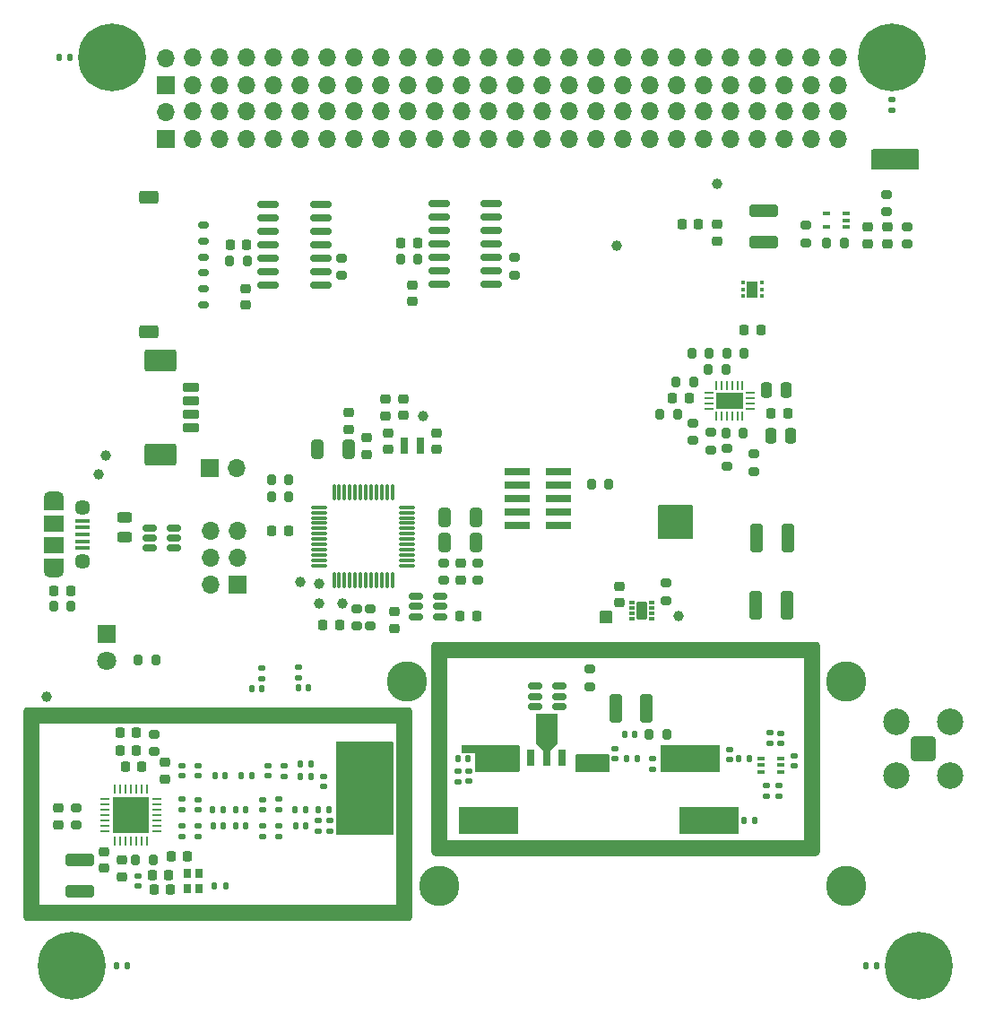
<source format=gbr>
%TF.GenerationSoftware,KiCad,Pcbnew,(6.0.5)*%
%TF.CreationDate,2022-08-15T13:00:56-04:00*%
%TF.ProjectId,SilverSat_Comms,53696c76-6572-4536-9174-5f436f6d6d73,rev?*%
%TF.SameCoordinates,Original*%
%TF.FileFunction,Soldermask,Top*%
%TF.FilePolarity,Negative*%
%FSLAX46Y46*%
G04 Gerber Fmt 4.6, Leading zero omitted, Abs format (unit mm)*
G04 Created by KiCad (PCBNEW (6.0.5)) date 2022-08-15 13:00:56*
%MOMM*%
%LPD*%
G01*
G04 APERTURE LIST*
G04 Aperture macros list*
%AMRoundRect*
0 Rectangle with rounded corners*
0 $1 Rounding radius*
0 $2 $3 $4 $5 $6 $7 $8 $9 X,Y pos of 4 corners*
0 Add a 4 corners polygon primitive as box body*
4,1,4,$2,$3,$4,$5,$6,$7,$8,$9,$2,$3,0*
0 Add four circle primitives for the rounded corners*
1,1,$1+$1,$2,$3*
1,1,$1+$1,$4,$5*
1,1,$1+$1,$6,$7*
1,1,$1+$1,$8,$9*
0 Add four rect primitives between the rounded corners*
20,1,$1+$1,$2,$3,$4,$5,0*
20,1,$1+$1,$4,$5,$6,$7,0*
20,1,$1+$1,$6,$7,$8,$9,0*
20,1,$1+$1,$8,$9,$2,$3,0*%
%AMFreePoly0*
4,1,18,4.107426,1.032426,4.125000,0.990000,4.125000,-0.990000,4.107426,-1.032426,4.065000,-1.050000,1.345000,-1.050000,1.302573,-1.032426,0.692574,-0.422426,0.675000,-0.380000,-0.735000,-0.380000,-0.735000,0.380000,0.675000,0.380000,0.692574,0.422426,1.302573,1.032426,1.315000,1.037573,1.345000,1.050000,4.065000,1.050000,4.107426,1.032426,4.107426,1.032426,$1*%
G04 Aperture macros list end*
%ADD10C,0.127000*%
%ADD11RoundRect,0.250000X-0.325000X-1.100000X0.325000X-1.100000X0.325000X1.100000X-0.325000X1.100000X0*%
%ADD12RoundRect,0.250000X1.100000X-0.325000X1.100000X0.325000X-1.100000X0.325000X-1.100000X-0.325000X0*%
%ADD13RoundRect,0.140000X0.170000X-0.140000X0.170000X0.140000X-0.170000X0.140000X-0.170000X-0.140000X0*%
%ADD14RoundRect,0.200000X0.275000X-0.200000X0.275000X0.200000X-0.275000X0.200000X-0.275000X-0.200000X0*%
%ADD15RoundRect,0.147500X-0.172500X0.147500X-0.172500X-0.147500X0.172500X-0.147500X0.172500X0.147500X0*%
%ADD16R,1.800000X1.800000*%
%ADD17C,1.800000*%
%ADD18RoundRect,0.225000X0.250000X-0.225000X0.250000X0.225000X-0.250000X0.225000X-0.250000X-0.225000X0*%
%ADD19C,2.600000*%
%ADD20C,3.800000*%
%ADD21RoundRect,0.200000X-0.200000X-0.275000X0.200000X-0.275000X0.200000X0.275000X-0.200000X0.275000X0*%
%ADD22C,1.000000*%
%ADD23RoundRect,0.140000X-0.140000X-0.170000X0.140000X-0.170000X0.140000X0.170000X-0.140000X0.170000X0*%
%ADD24C,3.600000*%
%ADD25C,6.400000*%
%ADD26RoundRect,0.140000X-0.170000X0.140000X-0.170000X-0.140000X0.170000X-0.140000X0.170000X0.140000X0*%
%ADD27RoundRect,0.147500X-0.147500X-0.172500X0.147500X-0.172500X0.147500X0.172500X-0.147500X0.172500X0*%
%ADD28RoundRect,0.225000X-0.225000X-0.250000X0.225000X-0.250000X0.225000X0.250000X-0.225000X0.250000X0*%
%ADD29R,0.650000X0.400000*%
%ADD30RoundRect,0.135000X-0.135000X-0.185000X0.135000X-0.185000X0.135000X0.185000X-0.135000X0.185000X0*%
%ADD31RoundRect,0.200000X-0.600000X0.200000X-0.600000X-0.200000X0.600000X-0.200000X0.600000X0.200000X0*%
%ADD32RoundRect,0.250001X-1.249999X0.799999X-1.249999X-0.799999X1.249999X-0.799999X1.249999X0.799999X0*%
%ADD33RoundRect,0.200000X0.200000X0.275000X-0.200000X0.275000X-0.200000X-0.275000X0.200000X-0.275000X0*%
%ADD34RoundRect,0.135000X0.135000X0.185000X-0.135000X0.185000X-0.135000X-0.185000X0.135000X-0.185000X0*%
%ADD35RoundRect,0.200000X-0.275000X0.200000X-0.275000X-0.200000X0.275000X-0.200000X0.275000X0.200000X0*%
%ADD36RoundRect,0.225000X-0.250000X0.225000X-0.250000X-0.225000X0.250000X-0.225000X0.250000X0.225000X0*%
%ADD37R,1.700000X1.700000*%
%ADD38O,1.700000X1.700000*%
%ADD39RoundRect,0.225000X0.225000X0.250000X-0.225000X0.250000X-0.225000X-0.250000X0.225000X-0.250000X0*%
%ADD40RoundRect,0.140000X0.140000X0.170000X-0.140000X0.170000X-0.140000X-0.170000X0.140000X-0.170000X0*%
%ADD41RoundRect,0.150000X-0.512500X-0.150000X0.512500X-0.150000X0.512500X0.150000X-0.512500X0.150000X0*%
%ADD42RoundRect,0.218750X0.218750X0.256250X-0.218750X0.256250X-0.218750X-0.256250X0.218750X-0.256250X0*%
%ADD43RoundRect,0.250000X-0.325000X-0.650000X0.325000X-0.650000X0.325000X0.650000X-0.325000X0.650000X0*%
%ADD44RoundRect,0.150000X-0.350000X0.150000X-0.350000X-0.150000X0.350000X-0.150000X0.350000X0.150000X0*%
%ADD45RoundRect,0.250000X-0.650000X0.375000X-0.650000X-0.375000X0.650000X-0.375000X0.650000X0.375000X0*%
%ADD46RoundRect,0.135000X-0.185000X0.135000X-0.185000X-0.135000X0.185000X-0.135000X0.185000X0.135000X0*%
%ADD47RoundRect,0.062500X0.062500X-0.362500X0.062500X0.362500X-0.062500X0.362500X-0.062500X-0.362500X0*%
%ADD48RoundRect,0.062500X0.362500X-0.062500X0.362500X0.062500X-0.362500X0.062500X-0.362500X-0.062500X0*%
%ADD49R,2.650000X1.650000*%
%ADD50RoundRect,0.250000X-0.250000X-0.475000X0.250000X-0.475000X0.250000X0.475000X-0.250000X0.475000X0*%
%ADD51RoundRect,0.250000X0.325000X0.650000X-0.325000X0.650000X-0.325000X-0.650000X0.325000X-0.650000X0*%
%ADD52RoundRect,0.150000X0.825000X0.150000X-0.825000X0.150000X-0.825000X-0.150000X0.825000X-0.150000X0*%
%ADD53R,0.660000X1.570000*%
%ADD54FreePoly0,90.000000*%
%ADD55RoundRect,0.375000X0.375000X-9.725000X0.375000X9.725000X-0.375000X9.725000X-0.375000X-9.725000X0*%
%ADD56RoundRect,0.375000X-17.975000X-0.375000X17.975000X-0.375000X17.975000X0.375000X-17.975000X0.375000X0*%
%ADD57RoundRect,0.375000X-0.875000X-0.375000X0.875000X-0.375000X0.875000X0.375000X-0.875000X0.375000X0*%
%ADD58RoundRect,0.375000X0.375000X-0.875000X0.375000X0.875000X-0.375000X0.875000X-0.375000X-0.875000X0*%
%ADD59RoundRect,0.218750X-0.256250X0.218750X-0.256250X-0.218750X0.256250X-0.218750X0.256250X0.218750X0*%
%ADD60RoundRect,0.147500X0.147500X0.172500X-0.147500X0.172500X-0.147500X-0.172500X0.147500X-0.172500X0*%
%ADD61RoundRect,0.200100X-0.949900X-0.949900X0.949900X-0.949900X0.949900X0.949900X-0.949900X0.949900X0*%
%ADD62C,2.500000*%
%ADD63R,1.350000X0.400000*%
%ADD64O,1.900000X1.200000*%
%ADD65R,1.900000X1.500000*%
%ADD66C,1.450000*%
%ADD67R,1.900000X1.200000*%
%ADD68RoundRect,0.093750X0.093750X0.106250X-0.093750X0.106250X-0.093750X-0.106250X0.093750X-0.106250X0*%
%ADD69R,1.000000X1.600000*%
%ADD70RoundRect,0.243750X-0.456250X0.243750X-0.456250X-0.243750X0.456250X-0.243750X0.456250X0.243750X0*%
%ADD71R,0.800000X0.900000*%
%ADD72RoundRect,0.075000X0.200000X0.075000X-0.200000X0.075000X-0.200000X-0.075000X0.200000X-0.075000X0*%
%ADD73RoundRect,0.075000X0.400000X0.750000X-0.400000X0.750000X-0.400000X-0.750000X0.400000X-0.750000X0*%
%ADD74RoundRect,0.135000X0.185000X-0.135000X0.185000X0.135000X-0.185000X0.135000X-0.185000X-0.135000X0*%
%ADD75R,0.800000X1.500000*%
%ADD76RoundRect,0.150000X0.512500X0.150000X-0.512500X0.150000X-0.512500X-0.150000X0.512500X-0.150000X0*%
%ADD77R,2.400000X0.740000*%
%ADD78RoundRect,0.075000X-0.075000X0.662500X-0.075000X-0.662500X0.075000X-0.662500X0.075000X0.662500X0*%
%ADD79RoundRect,0.075000X-0.662500X0.075000X-0.662500X-0.075000X0.662500X-0.075000X0.662500X0.075000X0*%
%ADD80RoundRect,0.062500X0.337500X0.062500X-0.337500X0.062500X-0.337500X-0.062500X0.337500X-0.062500X0*%
%ADD81RoundRect,0.062500X0.062500X0.337500X-0.062500X0.337500X-0.062500X-0.337500X0.062500X-0.337500X0*%
%ADD82R,3.350000X3.350000*%
G04 APERTURE END LIST*
D10*
X160401000Y-110744000D02*
X161417000Y-110744000D01*
X161417000Y-110744000D02*
X161417000Y-111760000D01*
X161417000Y-111760000D02*
X160401000Y-111760000D01*
X160401000Y-111760000D02*
X160401000Y-110744000D01*
G36*
X160401000Y-110744000D02*
G01*
X161417000Y-110744000D01*
X161417000Y-111760000D01*
X160401000Y-111760000D01*
X160401000Y-110744000D01*
G37*
X165925500Y-100711000D02*
X169100500Y-100711000D01*
X169100500Y-100711000D02*
X169100500Y-103759000D01*
X169100500Y-103759000D02*
X165925500Y-103759000D01*
X165925500Y-103759000D02*
X165925500Y-100711000D01*
G36*
X165925500Y-100711000D02*
G01*
X169100500Y-100711000D01*
X169100500Y-103759000D01*
X165925500Y-103759000D01*
X165925500Y-100711000D01*
G37*
X160401000Y-110744000D02*
X161417000Y-110744000D01*
X161417000Y-110744000D02*
X161417000Y-111760000D01*
X161417000Y-111760000D02*
X160401000Y-111760000D01*
X160401000Y-111760000D02*
X160401000Y-110744000D01*
G36*
X160401000Y-110744000D02*
G01*
X161417000Y-110744000D01*
X161417000Y-111760000D01*
X160401000Y-111760000D01*
X160401000Y-110744000D01*
G37*
X165925500Y-100711000D02*
X169100500Y-100711000D01*
X169100500Y-100711000D02*
X169100500Y-103759000D01*
X169100500Y-103759000D02*
X165925500Y-103759000D01*
X165925500Y-103759000D02*
X165925500Y-100711000D01*
G36*
X165925500Y-100711000D02*
G01*
X169100500Y-100711000D01*
X169100500Y-103759000D01*
X165925500Y-103759000D01*
X165925500Y-100711000D01*
G37*
D11*
%TO.C,C65*%
X175182000Y-103759000D03*
X178132000Y-103759000D03*
%TD*%
%TO.C,C64*%
X175092225Y-110109000D03*
X178042225Y-110109000D03*
%TD*%
D12*
%TO.C,C40*%
X175860000Y-75790000D03*
X175860000Y-72840000D03*
%TD*%
D13*
%TO.C,C35*%
X130566679Y-126259971D03*
X130566679Y-125299971D03*
%TD*%
D14*
%TO.C,R26*%
X170825000Y-95440000D03*
X170825000Y-93790000D03*
%TD*%
D15*
%TO.C,L13*%
X146967000Y-125803800D03*
X146967000Y-126773800D03*
%TD*%
D16*
%TO.C,D1*%
X113823000Y-112796000D03*
D17*
X113823000Y-115336000D03*
%TD*%
D18*
%TO.C,C9*%
X140132000Y-92215000D03*
X140132000Y-90665000D03*
%TD*%
D19*
%TO.C,H10*%
X183642000Y-136652000D03*
D20*
X183642000Y-136652000D03*
%TD*%
D21*
%TO.C,R10*%
X116777000Y-115316000D03*
X118427000Y-115316000D03*
%TD*%
D22*
%TO.C,TP8*%
X113030000Y-97790000D03*
%TD*%
D14*
%TO.C,R7*%
X138684000Y-112077000D03*
X138684000Y-110427000D03*
%TD*%
D23*
%TO.C,C67*%
X137315000Y-124587000D03*
X138275000Y-124587000D03*
%TD*%
D24*
%TO.C,H3*%
X110490000Y-144150000D03*
D25*
X110490000Y-144150000D03*
%TD*%
D13*
%TO.C,C16*%
X116710000Y-136605000D03*
X116710000Y-135645000D03*
%TD*%
D26*
%TO.C,C26*%
X122422179Y-130958971D03*
X122422179Y-131918971D03*
%TD*%
D27*
%TO.C,L14*%
X150509171Y-124598229D03*
X151479171Y-124598229D03*
%TD*%
D28*
%TO.C,C43*%
X174007000Y-84099400D03*
X175557000Y-84099400D03*
%TD*%
D18*
%TO.C,C68*%
X113560000Y-134950000D03*
X113560000Y-133400000D03*
%TD*%
D22*
%TO.C,TP11*%
X136017000Y-109982000D03*
%TD*%
D26*
%TO.C,C53*%
X165354000Y-124615000D03*
X165354000Y-125575000D03*
%TD*%
D13*
%TO.C,C33*%
X130028471Y-129384048D03*
X130028471Y-128424048D03*
%TD*%
D27*
%TO.C,L16*%
X162926098Y-124602840D03*
X163896098Y-124602840D03*
%TD*%
D13*
%TO.C,C57*%
X177292000Y-128115000D03*
X177292000Y-127155000D03*
%TD*%
D14*
%TO.C,R17*%
X110865179Y-130871971D03*
X110865179Y-129221971D03*
%TD*%
D29*
%TO.C,U7*%
X175592521Y-124555229D03*
X175592521Y-125205229D03*
X175592521Y-125855229D03*
X177492521Y-125855229D03*
X177492521Y-125205229D03*
X177492521Y-124555229D03*
%TD*%
D30*
%TO.C,R38*%
X133726600Y-129389371D03*
X134746600Y-129389371D03*
%TD*%
D31*
%TO.C,J3*%
X121780000Y-89565000D03*
X121780000Y-90815000D03*
X121780000Y-92065000D03*
X121780000Y-93315000D03*
D32*
X118880000Y-95865000D03*
X118880000Y-87015000D03*
%TD*%
D22*
%TO.C,TP2*%
X108077000Y-118745000D03*
%TD*%
D12*
%TO.C,C19*%
X111252000Y-137111000D03*
X111252000Y-134161000D03*
%TD*%
D33*
%TO.C,R13*%
X161226000Y-98679000D03*
X159576000Y-98679000D03*
%TD*%
D15*
%TO.C,L3*%
X120914679Y-125266971D03*
X120914679Y-126236971D03*
%TD*%
D25*
%TO.C,H6*%
X190500000Y-144150000D03*
D24*
X190500000Y-144150000D03*
%TD*%
D29*
%TO.C,U4*%
X183666200Y-74408029D03*
X183666200Y-73758029D03*
X183666200Y-73108029D03*
X181766200Y-73108029D03*
X181766200Y-74408029D03*
%TD*%
D27*
%TO.C,L6*%
X125964471Y-129412048D03*
X126934471Y-129412048D03*
%TD*%
D34*
%TO.C,R14*%
X125006179Y-136650971D03*
X123986179Y-136650971D03*
%TD*%
D22*
%TO.C,TP9*%
X167767000Y-111125000D03*
%TD*%
D33*
%TO.C,R16*%
X118151650Y-134175000D03*
X116501650Y-134175000D03*
%TD*%
D35*
%TO.C,R40*%
X166624000Y-108013500D03*
X166624000Y-109663500D03*
%TD*%
D36*
%TO.C,C66*%
X162179000Y-108318000D03*
X162179000Y-109868000D03*
%TD*%
D37*
%TO.C,H2*%
X119380000Y-60970008D03*
D38*
X119380000Y-58430008D03*
X121920000Y-60970008D03*
X121920000Y-58420008D03*
X124460000Y-60970008D03*
X124460000Y-58420008D03*
X127000000Y-60970008D03*
X127000000Y-58420008D03*
X129540000Y-60970008D03*
X129540000Y-58420008D03*
X132080000Y-60970008D03*
X132080000Y-58420008D03*
X134620000Y-60970008D03*
X134620000Y-58420008D03*
X137160000Y-60970008D03*
X137160000Y-58420008D03*
X139700000Y-60970008D03*
X139700000Y-58420008D03*
X142240000Y-60970008D03*
X142240000Y-58420008D03*
X144780000Y-60970008D03*
X144780000Y-58420008D03*
X147320000Y-60970008D03*
X147320000Y-58420008D03*
X149860000Y-60970008D03*
X149860000Y-58420008D03*
X152400000Y-60970008D03*
X152400000Y-58420008D03*
X154940000Y-60970008D03*
X154940000Y-58420008D03*
X157480000Y-60970008D03*
X157480000Y-58420008D03*
X160020000Y-60970008D03*
X160020000Y-58420008D03*
X162560000Y-60970008D03*
X162560000Y-58420008D03*
X165100000Y-60970008D03*
X165100000Y-58420008D03*
X167640000Y-60970008D03*
X167640000Y-58420008D03*
X170180000Y-60970008D03*
X170180000Y-58420008D03*
X172720000Y-60970008D03*
X172720000Y-58420008D03*
X175260000Y-60970008D03*
X175260000Y-58420008D03*
X177800000Y-60970008D03*
X177800000Y-58420008D03*
X180340000Y-60970008D03*
X180340000Y-58420008D03*
X182880000Y-60970008D03*
X182880000Y-58420008D03*
%TD*%
D39*
%TO.C,C8*%
X135776000Y-112014000D03*
X134226000Y-112014000D03*
%TD*%
D21*
%TO.C,R1*%
X108764200Y-110236000D03*
X110414200Y-110236000D03*
%TD*%
D28*
%TO.C,C60*%
X141579000Y-75946000D03*
X143129000Y-75946000D03*
%TD*%
D40*
%TO.C,C51*%
X163675000Y-122301000D03*
X162715000Y-122301000D03*
%TD*%
D28*
%TO.C,C63*%
X147180000Y-111125000D03*
X148730000Y-111125000D03*
%TD*%
D26*
%TO.C,C25*%
X122422179Y-128452122D03*
X122422179Y-129412122D03*
%TD*%
D20*
%TO.C,H9*%
X142113000Y-117348000D03*
D19*
X142113000Y-117348000D03*
%TD*%
D13*
%TO.C,C58*%
X177419000Y-123186818D03*
X177419000Y-122226818D03*
%TD*%
D25*
%TO.C,H4*%
X114300000Y-58420000D03*
D24*
X114300000Y-58420000D03*
%TD*%
D20*
%TO.C,H8*%
X145161000Y-136652000D03*
D19*
X145161000Y-136652000D03*
%TD*%
D14*
%TO.C,R35*%
X135954000Y-78976000D03*
X135954000Y-77326000D03*
%TD*%
D22*
%TO.C,TP1*%
X143682629Y-92212000D03*
%TD*%
%TO.C,TP5*%
X161925000Y-76200000D03*
%TD*%
D33*
%TO.C,R25*%
X167703000Y-92075000D03*
X166053000Y-92075000D03*
%TD*%
D37*
%TO.C,J6*%
X123485000Y-97125000D03*
D38*
X126025000Y-97125000D03*
%TD*%
D41*
%TO.C,U11*%
X143007500Y-109286000D03*
X143007500Y-110236000D03*
X143007500Y-111186000D03*
X145282500Y-111186000D03*
X145282500Y-110236000D03*
X145282500Y-109286000D03*
%TD*%
D18*
%TO.C,C61*%
X126873000Y-81788000D03*
X126873000Y-80238000D03*
%TD*%
D28*
%TO.C,C62*%
X125450000Y-76073000D03*
X127000000Y-76073000D03*
%TD*%
D40*
%TO.C,C29*%
X124779179Y-130958971D03*
X123819179Y-130958971D03*
%TD*%
D37*
%TO.C,J5*%
X126106000Y-108204000D03*
D38*
X123566000Y-108204000D03*
X126106000Y-105664000D03*
X123566000Y-105664000D03*
X126106000Y-103124000D03*
X123566000Y-103124000D03*
%TD*%
D33*
%TO.C,R22*%
X172285000Y-87828029D03*
X170635000Y-87828029D03*
%TD*%
D42*
%TO.C,L2*%
X117119500Y-125349000D03*
X115544500Y-125349000D03*
%TD*%
D13*
%TO.C,C56*%
X178689000Y-125270200D03*
X178689000Y-124310200D03*
%TD*%
D43*
%TO.C,C5*%
X145686629Y-104193000D03*
X148636629Y-104193000D03*
%TD*%
D26*
%TO.C,C31*%
X128518179Y-130958971D03*
X128518179Y-131918971D03*
%TD*%
D44*
%TO.C,J4*%
X122937000Y-74228000D03*
X122937000Y-75728000D03*
X122937000Y-77228000D03*
X122937000Y-78728000D03*
X122937000Y-80228000D03*
X122937000Y-81728000D03*
D45*
X117747000Y-71623000D03*
X117747000Y-84333000D03*
%TD*%
D13*
%TO.C,C52*%
X172605521Y-124669229D03*
X172605521Y-123709229D03*
%TD*%
D36*
%TO.C,C42*%
X185674000Y-74409000D03*
X185674000Y-75959000D03*
%TD*%
%TO.C,C41*%
X187491400Y-74405429D03*
X187491400Y-75955429D03*
%TD*%
D39*
%TO.C,C12*%
X130950000Y-103124000D03*
X129400000Y-103124000D03*
%TD*%
D14*
%TO.C,R29*%
X169164000Y-94576400D03*
X169164000Y-92926400D03*
%TD*%
D26*
%TO.C,C24*%
X122438679Y-125243971D03*
X122438679Y-126203971D03*
%TD*%
D39*
%TO.C,C18*%
X119625650Y-135575000D03*
X118075650Y-135575000D03*
%TD*%
D21*
%TO.C,R19*%
X181801000Y-75946000D03*
X183451000Y-75946000D03*
%TD*%
D46*
%TO.C,R44*%
X131890000Y-115975000D03*
X131890000Y-116995000D03*
%TD*%
D11*
%TO.C,C50*%
X161847000Y-119888000D03*
X164797000Y-119888000D03*
%TD*%
D47*
%TO.C,U6*%
X171353000Y-92280400D03*
X171853000Y-92280400D03*
X172353000Y-92280400D03*
X172853000Y-92280400D03*
X173353000Y-92280400D03*
X173853000Y-92280400D03*
D48*
X174553000Y-91580400D03*
X174553000Y-91080400D03*
X174553000Y-90580400D03*
X174553000Y-90080400D03*
D47*
X173853000Y-89380400D03*
X173353000Y-89380400D03*
X172853000Y-89380400D03*
X172353000Y-89380400D03*
X171853000Y-89380400D03*
X171353000Y-89380400D03*
D48*
X170653000Y-90080400D03*
X170653000Y-90580400D03*
X170653000Y-91080400D03*
X170653000Y-91580400D03*
D49*
X172603000Y-90830400D03*
%TD*%
D40*
%TO.C,C34*%
X132582179Y-130958971D03*
X131622179Y-130958971D03*
%TD*%
D34*
%TO.C,R3*%
X110349000Y-58425000D03*
X109329000Y-58425000D03*
%TD*%
D15*
%TO.C,L15*%
X161810521Y-123624200D03*
X161810521Y-124594200D03*
%TD*%
D20*
%TO.C,H7*%
X183642000Y-117348000D03*
D19*
X183642000Y-117348000D03*
%TD*%
D14*
%TO.C,R43*%
X159385000Y-117792000D03*
X159385000Y-116142000D03*
%TD*%
D33*
%TO.C,R36*%
X127063000Y-77597000D03*
X125413000Y-77597000D03*
%TD*%
D39*
%TO.C,C39*%
X169672000Y-74168000D03*
X168122000Y-74168000D03*
%TD*%
D50*
%TO.C,C44*%
X176088000Y-89789000D03*
X177988000Y-89789000D03*
%TD*%
D51*
%TO.C,C13*%
X148668000Y-101854000D03*
X145718000Y-101854000D03*
%TD*%
D27*
%TO.C,L7*%
X125978179Y-130958971D03*
X126948179Y-130958971D03*
%TD*%
D26*
%TO.C,C37*%
X134249679Y-126255171D03*
X134249679Y-127215171D03*
%TD*%
D40*
%TO.C,C54*%
X174470000Y-124587000D03*
X173510000Y-124587000D03*
%TD*%
D52*
%TO.C,U9*%
X150113771Y-79793229D03*
X150113771Y-78523229D03*
X150113771Y-77253229D03*
X150113771Y-75983229D03*
X150113771Y-74713229D03*
X150113771Y-73443229D03*
X150113771Y-72173229D03*
X145163771Y-72173229D03*
X145163771Y-73443229D03*
X145163771Y-74713229D03*
X145163771Y-75983229D03*
X145163771Y-77253229D03*
X145163771Y-78523229D03*
X145163771Y-79793229D03*
%TD*%
D35*
%TO.C,R11*%
X148844000Y-106109000D03*
X148844000Y-107759000D03*
%TD*%
D53*
%TO.C,PA1*%
X153820000Y-124475000D03*
D54*
X155320000Y-124475000D03*
D53*
X156820000Y-124475000D03*
%TD*%
D39*
%TO.C,C45*%
X168796000Y-90551000D03*
X167246000Y-90551000D03*
%TD*%
D55*
%TO.C,S3*%
X145182107Y-123668835D03*
X180382107Y-123668835D03*
D56*
X162782107Y-133018835D03*
D57*
X152682107Y-133018835D03*
D56*
X162782107Y-114318835D03*
D57*
X165082107Y-114318835D03*
D58*
X180382107Y-130418835D03*
%TD*%
D43*
%TO.C,C7*%
X133702000Y-95387000D03*
X136652000Y-95387000D03*
%TD*%
D59*
%TO.C,L12*%
X171450000Y-74142500D03*
X171450000Y-75717500D03*
%TD*%
D23*
%TO.C,C70*%
X127500000Y-117985000D03*
X128460000Y-117985000D03*
%TD*%
D22*
%TO.C,TP7*%
X113665000Y-96012000D03*
%TD*%
D60*
%TO.C,L8*%
X127472679Y-126236971D03*
X126502679Y-126236971D03*
%TD*%
D36*
%TO.C,C22*%
X109220000Y-129273000D03*
X109220000Y-130823000D03*
%TD*%
D30*
%TO.C,R2*%
X114679000Y-144145000D03*
X115699000Y-144145000D03*
%TD*%
D61*
%TO.C,J2*%
X190881000Y-123698000D03*
D62*
X188341000Y-121158000D03*
X193421000Y-121158000D03*
X188341000Y-126238000D03*
X193421000Y-126238000D03*
%TD*%
D52*
%TO.C,U10*%
X133980900Y-79883000D03*
X133980900Y-78613000D03*
X133980900Y-77343000D03*
X133980900Y-76073000D03*
X133980900Y-74803000D03*
X133980900Y-73533000D03*
X133980900Y-72263000D03*
X129030900Y-72263000D03*
X129030900Y-73533000D03*
X129030900Y-74803000D03*
X129030900Y-76073000D03*
X129030900Y-77343000D03*
X129030900Y-78613000D03*
X129030900Y-79883000D03*
%TD*%
D33*
%TO.C,R34*%
X143170471Y-77470000D03*
X141520471Y-77470000D03*
%TD*%
D40*
%TO.C,C69*%
X132840000Y-117895000D03*
X131880000Y-117895000D03*
%TD*%
D28*
%TO.C,C20*%
X119869179Y-133856971D03*
X121419179Y-133856971D03*
%TD*%
D33*
%TO.C,R27*%
X173936000Y-93878400D03*
X172286000Y-93878400D03*
%TD*%
D36*
%TO.C,C2*%
X140380629Y-93840000D03*
X140380629Y-95390000D03*
%TD*%
D14*
%TO.C,R41*%
X187452000Y-72961000D03*
X187452000Y-71311000D03*
%TD*%
D21*
%TO.C,R8*%
X129346429Y-98283000D03*
X130996429Y-98283000D03*
%TD*%
D28*
%TO.C,C1*%
X108814200Y-108740000D03*
X110364200Y-108740000D03*
%TD*%
D13*
%TO.C,C32*%
X129042679Y-126213971D03*
X129042679Y-125253971D03*
%TD*%
D23*
%TO.C,C36*%
X132108000Y-125095000D03*
X133068000Y-125095000D03*
%TD*%
D33*
%TO.C,R21*%
X173999000Y-86304029D03*
X172349000Y-86304029D03*
%TD*%
D39*
%TO.C,C14*%
X116598429Y-122172971D03*
X115048429Y-122172971D03*
%TD*%
D18*
%TO.C,C23*%
X115210000Y-135750000D03*
X115210000Y-134200000D03*
%TD*%
D23*
%TO.C,C55*%
X174018000Y-130429000D03*
X174978000Y-130429000D03*
%TD*%
D63*
%TO.C,J1*%
X111459994Y-102124990D03*
X111459994Y-102774990D03*
X111459994Y-103424990D03*
X111459994Y-104074990D03*
X111459994Y-104724990D03*
D64*
X108759994Y-106924990D03*
D65*
X108759994Y-104424990D03*
D66*
X111459994Y-100924990D03*
D67*
X108759994Y-106324990D03*
D66*
X111459994Y-105924990D03*
D64*
X108759994Y-99924990D03*
D65*
X108759994Y-102424990D03*
D67*
X108759994Y-100524990D03*
%TD*%
D22*
%TO.C,TP4*%
X132080000Y-107950000D03*
%TD*%
D68*
%TO.C,U5*%
X175649500Y-80920400D03*
X175649500Y-80270400D03*
X175649500Y-79620400D03*
X173874500Y-79620400D03*
X173874500Y-80270400D03*
X173874500Y-80920400D03*
D69*
X174762000Y-80270400D03*
%TD*%
D70*
%TO.C,F1*%
X115443000Y-101805500D03*
X115443000Y-103680500D03*
%TD*%
D71*
%TO.C,X1*%
X122506179Y-136842971D03*
X122506179Y-135442971D03*
X121406179Y-135442971D03*
X121406179Y-136842971D03*
%TD*%
D46*
%TO.C,R45*%
X128450000Y-116015000D03*
X128450000Y-117035000D03*
%TD*%
D26*
%TO.C,C49*%
X147955000Y-125758000D03*
X147955000Y-126718000D03*
%TD*%
D15*
%TO.C,L5*%
X120898179Y-130958971D03*
X120898179Y-131928971D03*
%TD*%
D22*
%TO.C,TP10*%
X133858000Y-109982000D03*
%TD*%
D59*
%TO.C,L1*%
X136652000Y-91922500D03*
X136652000Y-93497500D03*
%TD*%
D72*
%TO.C,U12*%
X165288011Y-111367011D03*
X165288011Y-110867011D03*
X165288011Y-110367011D03*
X165288011Y-109867011D03*
X163388011Y-109867011D03*
D73*
X164338011Y-110617011D03*
D72*
X163388011Y-110367011D03*
X163392805Y-110871056D03*
X163392805Y-111367011D03*
%TD*%
D28*
%TO.C,C47*%
X176554800Y-91973400D03*
X178104800Y-91973400D03*
%TD*%
D40*
%TO.C,C48*%
X147927000Y-124587000D03*
X146967000Y-124587000D03*
%TD*%
D27*
%TO.C,L11*%
X132113679Y-126259971D03*
X133083679Y-126259971D03*
%TD*%
D33*
%TO.C,R23*%
X170697000Y-86304029D03*
X169047000Y-86304029D03*
%TD*%
D23*
%TO.C,C38*%
X136934000Y-130429000D03*
X137894000Y-130429000D03*
%TD*%
D15*
%TO.C,L9*%
X130042179Y-130958971D03*
X130042179Y-131928971D03*
%TD*%
D35*
%TO.C,R42*%
X174879000Y-95822000D03*
X174879000Y-97472000D03*
%TD*%
%TO.C,R15*%
X118242250Y-122266000D03*
X118242250Y-123916000D03*
%TD*%
D21*
%TO.C,R6*%
X129346429Y-99840000D03*
X130996429Y-99840000D03*
%TD*%
D46*
%TO.C,R4*%
X187960000Y-62360000D03*
X187960000Y-63380000D03*
%TD*%
D74*
%TO.C,R37*%
X133748179Y-131491971D03*
X133748179Y-130471971D03*
%TD*%
%TO.C,R39*%
X134891179Y-131491971D03*
X134891179Y-130471971D03*
%TD*%
D37*
%TO.C,H1*%
X119380000Y-66050008D03*
D38*
X119380000Y-63510008D03*
X121920000Y-66050008D03*
X121920000Y-63500008D03*
X124460000Y-66050008D03*
X124460000Y-63500008D03*
X127000000Y-66050008D03*
X127000000Y-63500008D03*
X129540000Y-66050008D03*
X129540000Y-63500008D03*
X132080000Y-66050008D03*
X132080000Y-63500008D03*
X134620000Y-66050008D03*
X134620000Y-63500008D03*
X137160000Y-66050008D03*
X137160000Y-63500008D03*
X139700000Y-66050008D03*
X139700000Y-63500008D03*
X142240000Y-66050008D03*
X142240000Y-63500008D03*
X144780000Y-66050008D03*
X144780000Y-63500008D03*
X147320000Y-66050008D03*
X147320000Y-63500008D03*
X149860000Y-66050008D03*
X149860000Y-63500008D03*
X152400000Y-66050008D03*
X152400000Y-63500008D03*
X154940000Y-66050008D03*
X154940000Y-63500008D03*
X157480000Y-66050008D03*
X157480000Y-63500008D03*
X160020000Y-66050008D03*
X160020000Y-63500008D03*
X162560000Y-66050008D03*
X162560000Y-63500008D03*
X165100000Y-66050008D03*
X165100000Y-63500008D03*
X167640000Y-66050008D03*
X167640000Y-63500008D03*
X170180000Y-66050008D03*
X170180000Y-63500008D03*
X172720000Y-66050008D03*
X172720000Y-63500008D03*
X175260000Y-66050008D03*
X175260000Y-63500008D03*
X177800000Y-66050008D03*
X177800000Y-63500008D03*
X180340000Y-66050008D03*
X180340000Y-63500008D03*
X182880000Y-66050008D03*
X182880000Y-63500008D03*
%TD*%
D35*
%TO.C,R28*%
X172349000Y-95339400D03*
X172349000Y-96989400D03*
%TD*%
D36*
%TO.C,C10*%
X140970000Y-110731000D03*
X140970000Y-112281000D03*
%TD*%
D22*
%TO.C,TP3*%
X133858000Y-108077000D03*
%TD*%
D14*
%TO.C,R18*%
X179832000Y-75882000D03*
X179832000Y-74232000D03*
%TD*%
D33*
%TO.C,R24*%
X169227000Y-89027000D03*
X167577000Y-89027000D03*
%TD*%
D26*
%TO.C,C30*%
X128504471Y-128452048D03*
X128504471Y-129412048D03*
%TD*%
D22*
%TO.C,TP6*%
X171450000Y-70358000D03*
%TD*%
D75*
%TO.C,Y1*%
X141916629Y-95046200D03*
X143416629Y-95046200D03*
%TD*%
D76*
%TO.C,U1*%
X120136500Y-104709000D03*
X120136500Y-103759000D03*
X120136500Y-102809000D03*
X117861500Y-102809000D03*
X117861500Y-103759000D03*
X117861500Y-104709000D03*
%TD*%
D39*
%TO.C,C17*%
X119785000Y-136925000D03*
X118235000Y-136925000D03*
%TD*%
%TO.C,C15*%
X116598429Y-123823971D03*
X115048429Y-123823971D03*
%TD*%
D77*
%TO.C,J7*%
X152547229Y-97510600D03*
X156447229Y-97510600D03*
X152547229Y-98780600D03*
X156447229Y-98780600D03*
X152547229Y-100050600D03*
X156447229Y-100050600D03*
X152547229Y-101320600D03*
X156447229Y-101320600D03*
X152547229Y-102590600D03*
X156447229Y-102590600D03*
%TD*%
D57*
%TO.C,S1*%
X114180000Y-139192000D03*
D55*
X141880000Y-129842000D03*
D57*
X126580000Y-120492000D03*
D55*
X106680000Y-129842000D03*
D56*
X124280000Y-139192000D03*
X124280000Y-120492000D03*
D58*
X141880000Y-136592000D03*
%TD*%
D41*
%TO.C,U8*%
X154278598Y-117765829D03*
X154278598Y-118715829D03*
X154278598Y-119665829D03*
X156553598Y-119665829D03*
X156553598Y-118715829D03*
X156553598Y-117765829D03*
%TD*%
D74*
%TO.C,R31*%
X176403000Y-123192000D03*
X176403000Y-122172000D03*
%TD*%
D18*
%TO.C,C6*%
X138348629Y-95856520D03*
X138348629Y-94306520D03*
%TD*%
D34*
%TO.C,R5*%
X186549000Y-144150000D03*
X185529000Y-144150000D03*
%TD*%
D36*
%TO.C,C3*%
X144952629Y-93840000D03*
X144952629Y-95390000D03*
%TD*%
D14*
%TO.C,R33*%
X152296371Y-78926429D03*
X152296371Y-77276429D03*
%TD*%
D36*
%TO.C,C4*%
X147193000Y-106159000D03*
X147193000Y-107709000D03*
%TD*%
D78*
%TO.C,U2*%
X140756471Y-99451500D03*
X140256471Y-99451500D03*
X139756471Y-99451500D03*
X139256471Y-99451500D03*
X138756471Y-99451500D03*
X138256471Y-99451500D03*
X137756471Y-99451500D03*
X137256471Y-99451500D03*
X136756471Y-99451500D03*
X136256471Y-99451500D03*
X135756471Y-99451500D03*
X135256471Y-99451500D03*
D79*
X133843971Y-100864000D03*
X133843971Y-101364000D03*
X133843971Y-101864000D03*
X133843971Y-102364000D03*
X133843971Y-102864000D03*
X133843971Y-103364000D03*
X133843971Y-103864000D03*
X133843971Y-104364000D03*
X133843971Y-104864000D03*
X133843971Y-105364000D03*
X133843971Y-105864000D03*
X133843971Y-106364000D03*
D78*
X135256471Y-107776500D03*
X135756471Y-107776500D03*
X136256471Y-107776500D03*
X136756471Y-107776500D03*
X137256471Y-107776500D03*
X137756471Y-107776500D03*
X138256471Y-107776500D03*
X138756471Y-107776500D03*
X139256471Y-107776500D03*
X139756471Y-107776500D03*
X140256471Y-107776500D03*
X140756471Y-107776500D03*
D79*
X142168971Y-106364000D03*
X142168971Y-105864000D03*
X142168971Y-105364000D03*
X142168971Y-104864000D03*
X142168971Y-104364000D03*
X142168971Y-103864000D03*
X142168971Y-103364000D03*
X142168971Y-102864000D03*
X142168971Y-102364000D03*
X142168971Y-101864000D03*
X142168971Y-101364000D03*
X142168971Y-100864000D03*
%TD*%
D23*
%TO.C,C27*%
X123990679Y-126236971D03*
X124950679Y-126236971D03*
%TD*%
D15*
%TO.C,L4*%
X120898179Y-128441971D03*
X120898179Y-129411971D03*
%TD*%
D27*
%TO.C,L10*%
X131575471Y-129389048D03*
X132545471Y-129389048D03*
%TD*%
D21*
%TO.C,R30*%
X165037000Y-122301000D03*
X166687000Y-122301000D03*
%TD*%
D18*
%TO.C,C21*%
X119310000Y-126500000D03*
X119310000Y-124950000D03*
%TD*%
%TO.C,C59*%
X142621000Y-81420000D03*
X142621000Y-79870000D03*
%TD*%
D50*
%TO.C,C46*%
X176519800Y-94132400D03*
X178419800Y-94132400D03*
%TD*%
D14*
%TO.C,R12*%
X145593000Y-107759000D03*
X145593000Y-106109000D03*
%TD*%
D35*
%TO.C,R20*%
X189357000Y-74359000D03*
X189357000Y-76009000D03*
%TD*%
D25*
%TO.C,H5*%
X187960000Y-58420000D03*
D24*
X187960000Y-58420000D03*
%TD*%
D18*
%TO.C,C11*%
X141781200Y-92203200D03*
X141781200Y-90653200D03*
%TD*%
D14*
%TO.C,R9*%
X137371471Y-112077000D03*
X137371471Y-110427000D03*
%TD*%
D46*
%TO.C,R32*%
X176111098Y-127095829D03*
X176111098Y-128115829D03*
%TD*%
D23*
%TO.C,C28*%
X123805471Y-129412048D03*
X124765471Y-129412048D03*
%TD*%
D80*
%TO.C,U3*%
X118522179Y-131419971D03*
X118522179Y-130919971D03*
X118522179Y-130419971D03*
X118522179Y-129919971D03*
X118522179Y-129419971D03*
X118522179Y-128919971D03*
X118522179Y-128419971D03*
D81*
X117572179Y-127469971D03*
X117072179Y-127469971D03*
X116572179Y-127469971D03*
X116072179Y-127469971D03*
X115572179Y-127469971D03*
X115072179Y-127469971D03*
X114572179Y-127469971D03*
D80*
X113622179Y-128419971D03*
X113622179Y-128919971D03*
X113622179Y-129419971D03*
X113622179Y-129919971D03*
X113622179Y-130419971D03*
X113622179Y-130919971D03*
X113622179Y-131419971D03*
D81*
X114572179Y-132369971D03*
X115072179Y-132369971D03*
X115572179Y-132369971D03*
X116072179Y-132369971D03*
X116572179Y-132369971D03*
X117072179Y-132369971D03*
X117572179Y-132369971D03*
D82*
X116072179Y-129919971D03*
%TD*%
G36*
X171662531Y-123336213D02*
G01*
X171699076Y-123386513D01*
X171704000Y-123417600D01*
X171704000Y-125756400D01*
X171684787Y-125815531D01*
X171634487Y-125852076D01*
X171603400Y-125857000D01*
X166216600Y-125857000D01*
X166157469Y-125837787D01*
X166120924Y-125787487D01*
X166116000Y-125756400D01*
X166116000Y-123417600D01*
X166135213Y-123358469D01*
X166185513Y-123321924D01*
X166216600Y-123317000D01*
X171603400Y-123317000D01*
X171662531Y-123336213D01*
G37*
G36*
X152739531Y-123895013D02*
G01*
X152776076Y-123945313D01*
X152781000Y-123976400D01*
X152781000Y-125756400D01*
X152761787Y-125815531D01*
X152711487Y-125852076D01*
X152680400Y-125857000D01*
X148690600Y-125857000D01*
X148631469Y-125837787D01*
X148594924Y-125787487D01*
X148590000Y-125756400D01*
X148590000Y-124094933D01*
X148585812Y-124082043D01*
X148581623Y-124079000D01*
X148570613Y-124079000D01*
X148511482Y-124059787D01*
X148474937Y-124009487D01*
X148474937Y-123947313D01*
X148511482Y-123897013D01*
X148555855Y-123878888D01*
X148565194Y-123877503D01*
X148575016Y-123876536D01*
X148587534Y-123875921D01*
X148592470Y-123875800D01*
X152680400Y-123875800D01*
X152739531Y-123895013D01*
G37*
G36*
X190442121Y-67076002D02*
G01*
X190488614Y-67129658D01*
X190500000Y-67182000D01*
X190500000Y-68835000D01*
X190479998Y-68903121D01*
X190426342Y-68949614D01*
X190374000Y-68961000D01*
X186181000Y-68961000D01*
X186112879Y-68940998D01*
X186066386Y-68887342D01*
X186055000Y-68835000D01*
X186055000Y-67182000D01*
X186075002Y-67113879D01*
X186128658Y-67067386D01*
X186181000Y-67056000D01*
X190374000Y-67056000D01*
X190442121Y-67076002D01*
G37*
G36*
X152612531Y-129178213D02*
G01*
X152649076Y-129228513D01*
X152654000Y-129259600D01*
X152654000Y-131598400D01*
X152634787Y-131657531D01*
X152584487Y-131694076D01*
X152553400Y-131699000D01*
X147166600Y-131699000D01*
X147107469Y-131679787D01*
X147070924Y-131629487D01*
X147066000Y-131598400D01*
X147066000Y-129259600D01*
X147085213Y-129200469D01*
X147135513Y-129163924D01*
X147166600Y-129159000D01*
X152553400Y-129159000D01*
X152612531Y-129178213D01*
G37*
G36*
X161248531Y-124225213D02*
G01*
X161285076Y-124275513D01*
X161290000Y-124306600D01*
X161290000Y-125756400D01*
X161270787Y-125815531D01*
X161220487Y-125852076D01*
X161189400Y-125857000D01*
X158215600Y-125857000D01*
X158156469Y-125837787D01*
X158119924Y-125787487D01*
X158115000Y-125756400D01*
X158115000Y-124306600D01*
X158134213Y-124247469D01*
X158184513Y-124210924D01*
X158215600Y-124206000D01*
X161189400Y-124206000D01*
X161248531Y-124225213D01*
G37*
G36*
X173440531Y-129178213D02*
G01*
X173477076Y-129228513D01*
X173482000Y-129259600D01*
X173482000Y-131598400D01*
X173462787Y-131657531D01*
X173412487Y-131694076D01*
X173381400Y-131699000D01*
X167994600Y-131699000D01*
X167935469Y-131679787D01*
X167898924Y-131629487D01*
X167894000Y-131598400D01*
X167894000Y-129259600D01*
X167913213Y-129200469D01*
X167963513Y-129163924D01*
X167994600Y-129159000D01*
X173381400Y-129159000D01*
X173440531Y-129178213D01*
G37*
G36*
X140818531Y-122994213D02*
G01*
X140855076Y-123044513D01*
X140860000Y-123075600D01*
X140860000Y-131674400D01*
X140840787Y-131733531D01*
X140790487Y-131770076D01*
X140759400Y-131775000D01*
X135610546Y-131775000D01*
X135551415Y-131755787D01*
X135514870Y-131705487D01*
X135509946Y-131674454D01*
X135509000Y-129921085D01*
X135509000Y-129921000D01*
X135510000Y-126725000D01*
X135510000Y-123075600D01*
X135529213Y-123016469D01*
X135579513Y-122979924D01*
X135610600Y-122975000D01*
X140759400Y-122975000D01*
X140818531Y-122994213D01*
G37*
G36*
X152739531Y-123336213D02*
G01*
X152776076Y-123386513D01*
X152781000Y-123417600D01*
X152781000Y-124181600D01*
X152761787Y-124240731D01*
X152711487Y-124277276D01*
X152680400Y-124282200D01*
X148690600Y-124282200D01*
X148631469Y-124262987D01*
X148594924Y-124212687D01*
X148590000Y-124181600D01*
X148590000Y-124094933D01*
X148585812Y-124082043D01*
X148581623Y-124079000D01*
X147420600Y-124079000D01*
X147361469Y-124059787D01*
X147324924Y-124009487D01*
X147320000Y-123978400D01*
X147320000Y-123417600D01*
X147339213Y-123358469D01*
X147389513Y-123321924D01*
X147420600Y-123317000D01*
X152680400Y-123317000D01*
X152739531Y-123336213D01*
G37*
G36*
X140850661Y-122968152D02*
G01*
X140861341Y-122972576D01*
X140862424Y-122973659D01*
X140866848Y-122984339D01*
X140867000Y-122985104D01*
X140867000Y-131764896D01*
X140866848Y-131765661D01*
X140862424Y-131776341D01*
X140861341Y-131777424D01*
X140850661Y-131781848D01*
X140849896Y-131782000D01*
X135520104Y-131782000D01*
X135519339Y-131781848D01*
X135508651Y-131777421D01*
X135507568Y-131776339D01*
X135503147Y-131765672D01*
X135502995Y-131764907D01*
X135502000Y-129921031D01*
X135502000Y-129921000D01*
X135511000Y-129921000D01*
X135511999Y-131773000D01*
X140858000Y-131773000D01*
X140858000Y-122977000D01*
X135512000Y-122977000D01*
X135512000Y-126725000D01*
X135511000Y-129921000D01*
X135502000Y-129921000D01*
X135502000Y-129920999D01*
X135503000Y-126724999D01*
X135503000Y-122985104D01*
X135503152Y-122984339D01*
X135507576Y-122973659D01*
X135508659Y-122972576D01*
X135519339Y-122968152D01*
X135520104Y-122968000D01*
X140849896Y-122968000D01*
X140850661Y-122968152D01*
G37*
G36*
X173472661Y-129152152D02*
G01*
X173483341Y-129156576D01*
X173484424Y-129157659D01*
X173488848Y-129168339D01*
X173489000Y-129169104D01*
X173489000Y-131688896D01*
X173488848Y-131689661D01*
X173484424Y-131700341D01*
X173483341Y-131701424D01*
X173472661Y-131705848D01*
X173471896Y-131706000D01*
X167904104Y-131706000D01*
X167903339Y-131705848D01*
X167892659Y-131701424D01*
X167891576Y-131700341D01*
X167890192Y-131697000D01*
X167896000Y-131697000D01*
X173480000Y-131697000D01*
X173480000Y-129161000D01*
X167896000Y-129161000D01*
X167896000Y-131697000D01*
X167890192Y-131697000D01*
X167887152Y-131689661D01*
X167887000Y-131688896D01*
X167887000Y-129169104D01*
X167887152Y-129168339D01*
X167891576Y-129157659D01*
X167892659Y-129156576D01*
X167903339Y-129152152D01*
X167904104Y-129152000D01*
X173471896Y-129152000D01*
X173472661Y-129152152D01*
G37*
G36*
X152644661Y-129152152D02*
G01*
X152655341Y-129156576D01*
X152656424Y-129157659D01*
X152660848Y-129168339D01*
X152661000Y-129169104D01*
X152661000Y-131688896D01*
X152660848Y-131689661D01*
X152656424Y-131700341D01*
X152655341Y-131701424D01*
X152644661Y-131705848D01*
X152643896Y-131706000D01*
X147076104Y-131706000D01*
X147075339Y-131705848D01*
X147064659Y-131701424D01*
X147063576Y-131700341D01*
X147062192Y-131697000D01*
X147068000Y-131697000D01*
X152652000Y-131697000D01*
X152652000Y-129161000D01*
X147068000Y-129161000D01*
X147068000Y-131697000D01*
X147062192Y-131697000D01*
X147059152Y-131689661D01*
X147059000Y-131688896D01*
X147059000Y-129169104D01*
X147059152Y-129168339D01*
X147063576Y-129157659D01*
X147064659Y-129156576D01*
X147075339Y-129152152D01*
X147076104Y-129152000D01*
X152643896Y-129152000D01*
X152644661Y-129152152D01*
G37*
G36*
X152771661Y-123310152D02*
G01*
X152782341Y-123314576D01*
X152783424Y-123315659D01*
X152787848Y-123326339D01*
X152788000Y-123327104D01*
X152788000Y-125846896D01*
X152787848Y-125847661D01*
X152783424Y-125858341D01*
X152782341Y-125859424D01*
X152771661Y-125863848D01*
X152770896Y-125864000D01*
X148600104Y-125864000D01*
X148599339Y-125863848D01*
X148588659Y-125859424D01*
X148587576Y-125858341D01*
X148583152Y-125847661D01*
X148583000Y-125846896D01*
X148583000Y-124135197D01*
X148568590Y-124100410D01*
X148533803Y-124086000D01*
X147330104Y-124086000D01*
X147329339Y-124085848D01*
X147318659Y-124081424D01*
X147317576Y-124080341D01*
X147316192Y-124077000D01*
X147322000Y-124077000D01*
X148590000Y-124077000D01*
X148591732Y-124078000D01*
X148592000Y-124079000D01*
X148592000Y-125855000D01*
X152779000Y-125855000D01*
X152779000Y-123319000D01*
X147322000Y-123319000D01*
X147322000Y-124077000D01*
X147316192Y-124077000D01*
X147313152Y-124069661D01*
X147313000Y-124068896D01*
X147313000Y-123327104D01*
X147313152Y-123326339D01*
X147317576Y-123315659D01*
X147318659Y-123314576D01*
X147329339Y-123310152D01*
X147330104Y-123310000D01*
X152770896Y-123310000D01*
X152771661Y-123310152D01*
G37*
G36*
X171694661Y-123310152D02*
G01*
X171705341Y-123314576D01*
X171706424Y-123315659D01*
X171710848Y-123326339D01*
X171711000Y-123327104D01*
X171711000Y-125846896D01*
X171710848Y-125847661D01*
X171706424Y-125858341D01*
X171705341Y-125859424D01*
X171694661Y-125863848D01*
X171693896Y-125864000D01*
X166126104Y-125864000D01*
X166125339Y-125863848D01*
X166114659Y-125859424D01*
X166113576Y-125858341D01*
X166112192Y-125855000D01*
X166118000Y-125855000D01*
X171702000Y-125855000D01*
X171702000Y-123319000D01*
X166118000Y-123319000D01*
X166118000Y-125855000D01*
X166112192Y-125855000D01*
X166109152Y-125847661D01*
X166109000Y-125846896D01*
X166109000Y-123327104D01*
X166109152Y-123326339D01*
X166113576Y-123315659D01*
X166114659Y-123314576D01*
X166125339Y-123310152D01*
X166126104Y-123310000D01*
X171693896Y-123310000D01*
X171694661Y-123310152D01*
G37*
G36*
X161280661Y-124199152D02*
G01*
X161291341Y-124203576D01*
X161292424Y-124204659D01*
X161296848Y-124215339D01*
X161297000Y-124216104D01*
X161297000Y-125846896D01*
X161296848Y-125847661D01*
X161292424Y-125858341D01*
X161291341Y-125859424D01*
X161280661Y-125863848D01*
X161279896Y-125864000D01*
X158125104Y-125864000D01*
X158124339Y-125863848D01*
X158113659Y-125859424D01*
X158112576Y-125858341D01*
X158111192Y-125855000D01*
X158117000Y-125855000D01*
X161288000Y-125855000D01*
X161288000Y-124208000D01*
X158117000Y-124208000D01*
X158117000Y-125855000D01*
X158111192Y-125855000D01*
X158108152Y-125847661D01*
X158108000Y-125846896D01*
X158108000Y-124216104D01*
X158108152Y-124215339D01*
X158112576Y-124204659D01*
X158113659Y-124203576D01*
X158124339Y-124199152D01*
X158125104Y-124199000D01*
X161279896Y-124199000D01*
X161280661Y-124199152D01*
G37*
G36*
X190490661Y-67049152D02*
G01*
X190501341Y-67053576D01*
X190502424Y-67054659D01*
X190506848Y-67065339D01*
X190507000Y-67066104D01*
X190507000Y-68950896D01*
X190506848Y-68951661D01*
X190502424Y-68962341D01*
X190501341Y-68963424D01*
X190490661Y-68967848D01*
X190489896Y-68968000D01*
X186065104Y-68968000D01*
X186064339Y-68967848D01*
X186053659Y-68963424D01*
X186052576Y-68962341D01*
X186051192Y-68959000D01*
X186057000Y-68959000D01*
X190498000Y-68959000D01*
X190498000Y-67058000D01*
X186057000Y-67058000D01*
X186057000Y-68959000D01*
X186051192Y-68959000D01*
X186048152Y-68951661D01*
X186048000Y-68950896D01*
X186048000Y-67066104D01*
X186048152Y-67065339D01*
X186052576Y-67054659D01*
X186053659Y-67053576D01*
X186064339Y-67049152D01*
X186065104Y-67049000D01*
X190489896Y-67049000D01*
X190490661Y-67049152D01*
G37*
M02*

</source>
